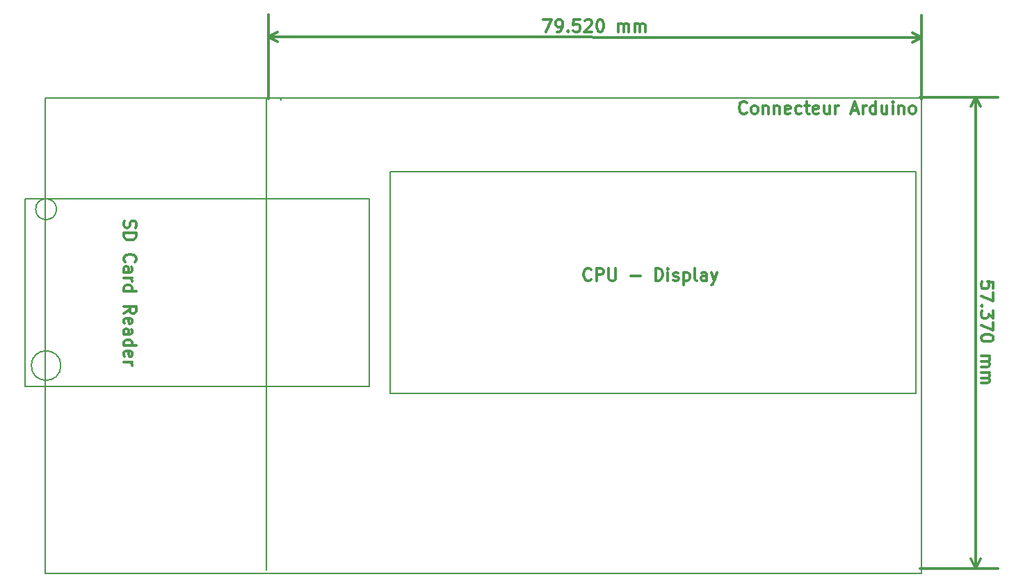
<source format=gbr>
G04 #@! TF.FileFunction,Drawing*
%FSLAX46Y46*%
G04 Gerber Fmt 4.6, Leading zero omitted, Abs format (unit mm)*
G04 Created by KiCad (PCBNEW 4.0.7) date 02/16/18 07:03:29*
%MOMM*%
%LPD*%
G01*
G04 APERTURE LIST*
%ADD10C,0.100000*%
%ADD11C,0.300000*%
%ADD12C,0.200000*%
G04 APERTURE END LIST*
D10*
D11*
X156101429Y-68916430D02*
X156101429Y-68202144D01*
X155387143Y-68130715D01*
X155458571Y-68202144D01*
X155530000Y-68345001D01*
X155530000Y-68702144D01*
X155458571Y-68845001D01*
X155387143Y-68916430D01*
X155244286Y-68987858D01*
X154887143Y-68987858D01*
X154744286Y-68916430D01*
X154672857Y-68845001D01*
X154601429Y-68702144D01*
X154601429Y-68345001D01*
X154672857Y-68202144D01*
X154744286Y-68130715D01*
X156101429Y-69487858D02*
X156101429Y-70487858D01*
X154601429Y-69845001D01*
X154744286Y-71059286D02*
X154672857Y-71130714D01*
X154601429Y-71059286D01*
X154672857Y-70987857D01*
X154744286Y-71059286D01*
X154601429Y-71059286D01*
X156101429Y-71630715D02*
X156101429Y-72559286D01*
X155530000Y-72059286D01*
X155530000Y-72273572D01*
X155458571Y-72416429D01*
X155387143Y-72487858D01*
X155244286Y-72559286D01*
X154887143Y-72559286D01*
X154744286Y-72487858D01*
X154672857Y-72416429D01*
X154601429Y-72273572D01*
X154601429Y-71845000D01*
X154672857Y-71702143D01*
X154744286Y-71630715D01*
X156101429Y-73059286D02*
X156101429Y-74059286D01*
X154601429Y-73416429D01*
X156101429Y-74916428D02*
X156101429Y-75059285D01*
X156030000Y-75202142D01*
X155958571Y-75273571D01*
X155815714Y-75345000D01*
X155530000Y-75416428D01*
X155172857Y-75416428D01*
X154887143Y-75345000D01*
X154744286Y-75273571D01*
X154672857Y-75202142D01*
X154601429Y-75059285D01*
X154601429Y-74916428D01*
X154672857Y-74773571D01*
X154744286Y-74702142D01*
X154887143Y-74630714D01*
X155172857Y-74559285D01*
X155530000Y-74559285D01*
X155815714Y-74630714D01*
X155958571Y-74702142D01*
X156030000Y-74773571D01*
X156101429Y-74916428D01*
X154601429Y-77202142D02*
X155601429Y-77202142D01*
X155458571Y-77202142D02*
X155530000Y-77273570D01*
X155601429Y-77416428D01*
X155601429Y-77630713D01*
X155530000Y-77773570D01*
X155387143Y-77844999D01*
X154601429Y-77844999D01*
X155387143Y-77844999D02*
X155530000Y-77916428D01*
X155601429Y-78059285D01*
X155601429Y-78273570D01*
X155530000Y-78416428D01*
X155387143Y-78487856D01*
X154601429Y-78487856D01*
X154601429Y-79202142D02*
X155601429Y-79202142D01*
X155458571Y-79202142D02*
X155530000Y-79273570D01*
X155601429Y-79416428D01*
X155601429Y-79630713D01*
X155530000Y-79773570D01*
X155387143Y-79844999D01*
X154601429Y-79844999D01*
X155387143Y-79844999D02*
X155530000Y-79916428D01*
X155601429Y-80059285D01*
X155601429Y-80273570D01*
X155530000Y-80416428D01*
X155387143Y-80487856D01*
X154601429Y-80487856D01*
X153930000Y-45660000D02*
X153930000Y-103030000D01*
X147160000Y-45660000D02*
X156630000Y-45660000D01*
X147160000Y-103030000D02*
X156630000Y-103030000D01*
X153930000Y-103030000D02*
X153343579Y-101903496D01*
X153930000Y-103030000D02*
X154516421Y-101903496D01*
X153930000Y-45660000D02*
X153343579Y-46786504D01*
X153930000Y-45660000D02*
X154516421Y-46786504D01*
X101302797Y-36175113D02*
X102302796Y-36175993D01*
X101658619Y-37675427D01*
X102944331Y-37676559D02*
X103230046Y-37676810D01*
X103372966Y-37605508D01*
X103444457Y-37534142D01*
X103587504Y-37319983D01*
X103659183Y-37034331D01*
X103659686Y-36462903D01*
X103588384Y-36319983D01*
X103517018Y-36248491D01*
X103374224Y-36176937D01*
X103088510Y-36176685D01*
X102945589Y-36247988D01*
X102874098Y-36319354D01*
X102802543Y-36462148D01*
X102802229Y-36819291D01*
X102873532Y-36962211D01*
X102944897Y-37033702D01*
X103087692Y-37105257D01*
X103373406Y-37105508D01*
X103516326Y-37034205D01*
X103587818Y-36962840D01*
X103659372Y-36820046D01*
X104301600Y-37534896D02*
X104372965Y-37606388D01*
X104301474Y-37677753D01*
X104230108Y-37606263D01*
X104301600Y-37534896D01*
X104301474Y-37677753D01*
X105731366Y-36179012D02*
X105017080Y-36178383D01*
X104945022Y-36892606D01*
X105016514Y-36821240D01*
X105159434Y-36749937D01*
X105516577Y-36750252D01*
X105659371Y-36821806D01*
X105730737Y-36893297D01*
X105802039Y-37036217D01*
X105801725Y-37393360D01*
X105730171Y-37536154D01*
X105658679Y-37607520D01*
X105515759Y-37678822D01*
X105158617Y-37678508D01*
X105015823Y-37606954D01*
X104944456Y-37535462D01*
X106374096Y-36322435D02*
X106445588Y-36251069D01*
X106588507Y-36179766D01*
X106945650Y-36180080D01*
X107088444Y-36251635D01*
X107159810Y-36323127D01*
X107231113Y-36466047D01*
X107230987Y-36608904D01*
X107159370Y-36823127D01*
X106301473Y-37679514D01*
X107230044Y-37680331D01*
X108159935Y-36181149D02*
X108302792Y-36181275D01*
X108445586Y-36252830D01*
X108516952Y-36324322D01*
X108588255Y-36467241D01*
X108659432Y-36753018D01*
X108659117Y-37110161D01*
X108587438Y-37395812D01*
X108515883Y-37538606D01*
X108444391Y-37609972D01*
X108301471Y-37681275D01*
X108158614Y-37681149D01*
X108015820Y-37609595D01*
X107944454Y-37538103D01*
X107873152Y-37395183D01*
X107801975Y-37109407D01*
X107802289Y-36752264D01*
X107873969Y-36466613D01*
X107945523Y-36323819D01*
X108017015Y-36252453D01*
X108159935Y-36181149D01*
X110444328Y-37683161D02*
X110445208Y-36683161D01*
X110445082Y-36826019D02*
X110516573Y-36754653D01*
X110659494Y-36683350D01*
X110873779Y-36683538D01*
X111016573Y-36755093D01*
X111087876Y-36898013D01*
X111087184Y-37683727D01*
X111087876Y-36898013D02*
X111159431Y-36755219D01*
X111302351Y-36683916D01*
X111516635Y-36684104D01*
X111659430Y-36755659D01*
X111730733Y-36898579D01*
X111730041Y-37684293D01*
X112444327Y-37684921D02*
X112445207Y-36684922D01*
X112445081Y-36827780D02*
X112516572Y-36756414D01*
X112659493Y-36685110D01*
X112873778Y-36685299D01*
X113016572Y-36756854D01*
X113087875Y-36899774D01*
X113087184Y-37685487D01*
X113087875Y-36899774D02*
X113159430Y-36756980D01*
X113302350Y-36685676D01*
X113516635Y-36685865D01*
X113659430Y-36757420D01*
X113730732Y-36900339D01*
X113730040Y-37686053D01*
X67826596Y-38317075D02*
X147346596Y-38387075D01*
X67820000Y-45810000D02*
X67828973Y-35617076D01*
X147340000Y-45880000D02*
X147348973Y-35687076D01*
X147346596Y-38387075D02*
X146219576Y-38972504D01*
X147346596Y-38387075D02*
X146220609Y-37799663D01*
X67826596Y-38317075D02*
X68952583Y-38904487D01*
X67826596Y-38317075D02*
X68953616Y-37731646D01*
D12*
X69330000Y-46010000D02*
X69330000Y-45720000D01*
X69260000Y-45840000D02*
X69330000Y-45910000D01*
X67570000Y-103270000D02*
X67570000Y-45670000D01*
X40640000Y-103632000D02*
X40640000Y-96520000D01*
X147320000Y-103632000D02*
X40640000Y-103632000D01*
X147320000Y-96520000D02*
X147320000Y-103632000D01*
D11*
X126068572Y-47525714D02*
X125997143Y-47597143D01*
X125782857Y-47668571D01*
X125640000Y-47668571D01*
X125425715Y-47597143D01*
X125282857Y-47454286D01*
X125211429Y-47311429D01*
X125140000Y-47025714D01*
X125140000Y-46811429D01*
X125211429Y-46525714D01*
X125282857Y-46382857D01*
X125425715Y-46240000D01*
X125640000Y-46168571D01*
X125782857Y-46168571D01*
X125997143Y-46240000D01*
X126068572Y-46311429D01*
X126925715Y-47668571D02*
X126782857Y-47597143D01*
X126711429Y-47525714D01*
X126640000Y-47382857D01*
X126640000Y-46954286D01*
X126711429Y-46811429D01*
X126782857Y-46740000D01*
X126925715Y-46668571D01*
X127140000Y-46668571D01*
X127282857Y-46740000D01*
X127354286Y-46811429D01*
X127425715Y-46954286D01*
X127425715Y-47382857D01*
X127354286Y-47525714D01*
X127282857Y-47597143D01*
X127140000Y-47668571D01*
X126925715Y-47668571D01*
X128068572Y-46668571D02*
X128068572Y-47668571D01*
X128068572Y-46811429D02*
X128140000Y-46740000D01*
X128282858Y-46668571D01*
X128497143Y-46668571D01*
X128640000Y-46740000D01*
X128711429Y-46882857D01*
X128711429Y-47668571D01*
X129425715Y-46668571D02*
X129425715Y-47668571D01*
X129425715Y-46811429D02*
X129497143Y-46740000D01*
X129640001Y-46668571D01*
X129854286Y-46668571D01*
X129997143Y-46740000D01*
X130068572Y-46882857D01*
X130068572Y-47668571D01*
X131354286Y-47597143D02*
X131211429Y-47668571D01*
X130925715Y-47668571D01*
X130782858Y-47597143D01*
X130711429Y-47454286D01*
X130711429Y-46882857D01*
X130782858Y-46740000D01*
X130925715Y-46668571D01*
X131211429Y-46668571D01*
X131354286Y-46740000D01*
X131425715Y-46882857D01*
X131425715Y-47025714D01*
X130711429Y-47168571D01*
X132711429Y-47597143D02*
X132568572Y-47668571D01*
X132282858Y-47668571D01*
X132140000Y-47597143D01*
X132068572Y-47525714D01*
X131997143Y-47382857D01*
X131997143Y-46954286D01*
X132068572Y-46811429D01*
X132140000Y-46740000D01*
X132282858Y-46668571D01*
X132568572Y-46668571D01*
X132711429Y-46740000D01*
X133140000Y-46668571D02*
X133711429Y-46668571D01*
X133354286Y-46168571D02*
X133354286Y-47454286D01*
X133425714Y-47597143D01*
X133568572Y-47668571D01*
X133711429Y-47668571D01*
X134782857Y-47597143D02*
X134640000Y-47668571D01*
X134354286Y-47668571D01*
X134211429Y-47597143D01*
X134140000Y-47454286D01*
X134140000Y-46882857D01*
X134211429Y-46740000D01*
X134354286Y-46668571D01*
X134640000Y-46668571D01*
X134782857Y-46740000D01*
X134854286Y-46882857D01*
X134854286Y-47025714D01*
X134140000Y-47168571D01*
X136140000Y-46668571D02*
X136140000Y-47668571D01*
X135497143Y-46668571D02*
X135497143Y-47454286D01*
X135568571Y-47597143D01*
X135711429Y-47668571D01*
X135925714Y-47668571D01*
X136068571Y-47597143D01*
X136140000Y-47525714D01*
X136854286Y-47668571D02*
X136854286Y-46668571D01*
X136854286Y-46954286D02*
X136925714Y-46811429D01*
X136997143Y-46740000D01*
X137140000Y-46668571D01*
X137282857Y-46668571D01*
X138854285Y-47240000D02*
X139568571Y-47240000D01*
X138711428Y-47668571D02*
X139211428Y-46168571D01*
X139711428Y-47668571D01*
X140211428Y-47668571D02*
X140211428Y-46668571D01*
X140211428Y-46954286D02*
X140282856Y-46811429D01*
X140354285Y-46740000D01*
X140497142Y-46668571D01*
X140639999Y-46668571D01*
X141782856Y-47668571D02*
X141782856Y-46168571D01*
X141782856Y-47597143D02*
X141639999Y-47668571D01*
X141354285Y-47668571D01*
X141211427Y-47597143D01*
X141139999Y-47525714D01*
X141068570Y-47382857D01*
X141068570Y-46954286D01*
X141139999Y-46811429D01*
X141211427Y-46740000D01*
X141354285Y-46668571D01*
X141639999Y-46668571D01*
X141782856Y-46740000D01*
X143139999Y-46668571D02*
X143139999Y-47668571D01*
X142497142Y-46668571D02*
X142497142Y-47454286D01*
X142568570Y-47597143D01*
X142711428Y-47668571D01*
X142925713Y-47668571D01*
X143068570Y-47597143D01*
X143139999Y-47525714D01*
X143854285Y-47668571D02*
X143854285Y-46668571D01*
X143854285Y-46168571D02*
X143782856Y-46240000D01*
X143854285Y-46311429D01*
X143925713Y-46240000D01*
X143854285Y-46168571D01*
X143854285Y-46311429D01*
X144568571Y-46668571D02*
X144568571Y-47668571D01*
X144568571Y-46811429D02*
X144639999Y-46740000D01*
X144782857Y-46668571D01*
X144997142Y-46668571D01*
X145139999Y-46740000D01*
X145211428Y-46882857D01*
X145211428Y-47668571D01*
X146140000Y-47668571D02*
X145997142Y-47597143D01*
X145925714Y-47525714D01*
X145854285Y-47382857D01*
X145854285Y-46954286D01*
X145925714Y-46811429D01*
X145997142Y-46740000D01*
X146140000Y-46668571D01*
X146354285Y-46668571D01*
X146497142Y-46740000D01*
X146568571Y-46811429D01*
X146640000Y-46954286D01*
X146640000Y-47382857D01*
X146568571Y-47525714D01*
X146497142Y-47597143D01*
X146354285Y-47668571D01*
X146140000Y-47668571D01*
D12*
X42038481Y-59293547D02*
G75*
G03X42038481Y-59293547I-1270000J0D01*
G01*
X42564532Y-78343547D02*
G75*
G03X42564532Y-78343547I-1796051J0D01*
G01*
D11*
X107121429Y-67845714D02*
X107050000Y-67917143D01*
X106835714Y-67988571D01*
X106692857Y-67988571D01*
X106478572Y-67917143D01*
X106335714Y-67774286D01*
X106264286Y-67631429D01*
X106192857Y-67345714D01*
X106192857Y-67131429D01*
X106264286Y-66845714D01*
X106335714Y-66702857D01*
X106478572Y-66560000D01*
X106692857Y-66488571D01*
X106835714Y-66488571D01*
X107050000Y-66560000D01*
X107121429Y-66631429D01*
X107764286Y-67988571D02*
X107764286Y-66488571D01*
X108335714Y-66488571D01*
X108478572Y-66560000D01*
X108550000Y-66631429D01*
X108621429Y-66774286D01*
X108621429Y-66988571D01*
X108550000Y-67131429D01*
X108478572Y-67202857D01*
X108335714Y-67274286D01*
X107764286Y-67274286D01*
X109264286Y-66488571D02*
X109264286Y-67702857D01*
X109335714Y-67845714D01*
X109407143Y-67917143D01*
X109550000Y-67988571D01*
X109835714Y-67988571D01*
X109978572Y-67917143D01*
X110050000Y-67845714D01*
X110121429Y-67702857D01*
X110121429Y-66488571D01*
X111978572Y-67417143D02*
X113121429Y-67417143D01*
X114978572Y-67988571D02*
X114978572Y-66488571D01*
X115335715Y-66488571D01*
X115550000Y-66560000D01*
X115692858Y-66702857D01*
X115764286Y-66845714D01*
X115835715Y-67131429D01*
X115835715Y-67345714D01*
X115764286Y-67631429D01*
X115692858Y-67774286D01*
X115550000Y-67917143D01*
X115335715Y-67988571D01*
X114978572Y-67988571D01*
X116478572Y-67988571D02*
X116478572Y-66988571D01*
X116478572Y-66488571D02*
X116407143Y-66560000D01*
X116478572Y-66631429D01*
X116550000Y-66560000D01*
X116478572Y-66488571D01*
X116478572Y-66631429D01*
X117121429Y-67917143D02*
X117264286Y-67988571D01*
X117550001Y-67988571D01*
X117692858Y-67917143D01*
X117764286Y-67774286D01*
X117764286Y-67702857D01*
X117692858Y-67560000D01*
X117550001Y-67488571D01*
X117335715Y-67488571D01*
X117192858Y-67417143D01*
X117121429Y-67274286D01*
X117121429Y-67202857D01*
X117192858Y-67060000D01*
X117335715Y-66988571D01*
X117550001Y-66988571D01*
X117692858Y-67060000D01*
X118407144Y-66988571D02*
X118407144Y-68488571D01*
X118407144Y-67060000D02*
X118550001Y-66988571D01*
X118835715Y-66988571D01*
X118978572Y-67060000D01*
X119050001Y-67131429D01*
X119121430Y-67274286D01*
X119121430Y-67702857D01*
X119050001Y-67845714D01*
X118978572Y-67917143D01*
X118835715Y-67988571D01*
X118550001Y-67988571D01*
X118407144Y-67917143D01*
X119978573Y-67988571D02*
X119835715Y-67917143D01*
X119764287Y-67774286D01*
X119764287Y-66488571D01*
X121192858Y-67988571D02*
X121192858Y-67202857D01*
X121121429Y-67060000D01*
X120978572Y-66988571D01*
X120692858Y-66988571D01*
X120550001Y-67060000D01*
X121192858Y-67917143D02*
X121050001Y-67988571D01*
X120692858Y-67988571D01*
X120550001Y-67917143D01*
X120478572Y-67774286D01*
X120478572Y-67631429D01*
X120550001Y-67488571D01*
X120692858Y-67417143D01*
X121050001Y-67417143D01*
X121192858Y-67345714D01*
X121764287Y-66988571D02*
X122121430Y-67988571D01*
X122478572Y-66988571D02*
X122121430Y-67988571D01*
X121978572Y-68345714D01*
X121907144Y-68417143D01*
X121764287Y-68488571D01*
X50321338Y-60703548D02*
X50249910Y-60917834D01*
X50249910Y-61274977D01*
X50321338Y-61417834D01*
X50392767Y-61489263D01*
X50535624Y-61560691D01*
X50678481Y-61560691D01*
X50821338Y-61489263D01*
X50892767Y-61417834D01*
X50964195Y-61274977D01*
X51035624Y-60989263D01*
X51107052Y-60846405D01*
X51178481Y-60774977D01*
X51321338Y-60703548D01*
X51464195Y-60703548D01*
X51607052Y-60774977D01*
X51678481Y-60846405D01*
X51749910Y-60989263D01*
X51749910Y-61346405D01*
X51678481Y-61560691D01*
X50249910Y-62203548D02*
X51749910Y-62203548D01*
X51749910Y-62560691D01*
X51678481Y-62774976D01*
X51535624Y-62917834D01*
X51392767Y-62989262D01*
X51107052Y-63060691D01*
X50892767Y-63060691D01*
X50607052Y-62989262D01*
X50464195Y-62917834D01*
X50321338Y-62774976D01*
X50249910Y-62560691D01*
X50249910Y-62203548D01*
X50392767Y-65703548D02*
X50321338Y-65632119D01*
X50249910Y-65417833D01*
X50249910Y-65274976D01*
X50321338Y-65060691D01*
X50464195Y-64917833D01*
X50607052Y-64846405D01*
X50892767Y-64774976D01*
X51107052Y-64774976D01*
X51392767Y-64846405D01*
X51535624Y-64917833D01*
X51678481Y-65060691D01*
X51749910Y-65274976D01*
X51749910Y-65417833D01*
X51678481Y-65632119D01*
X51607052Y-65703548D01*
X50249910Y-66989262D02*
X51035624Y-66989262D01*
X51178481Y-66917833D01*
X51249910Y-66774976D01*
X51249910Y-66489262D01*
X51178481Y-66346405D01*
X50321338Y-66989262D02*
X50249910Y-66846405D01*
X50249910Y-66489262D01*
X50321338Y-66346405D01*
X50464195Y-66274976D01*
X50607052Y-66274976D01*
X50749910Y-66346405D01*
X50821338Y-66489262D01*
X50821338Y-66846405D01*
X50892767Y-66989262D01*
X50249910Y-67703548D02*
X51249910Y-67703548D01*
X50964195Y-67703548D02*
X51107052Y-67774976D01*
X51178481Y-67846405D01*
X51249910Y-67989262D01*
X51249910Y-68132119D01*
X50249910Y-69274976D02*
X51749910Y-69274976D01*
X50321338Y-69274976D02*
X50249910Y-69132119D01*
X50249910Y-68846405D01*
X50321338Y-68703547D01*
X50392767Y-68632119D01*
X50535624Y-68560690D01*
X50964195Y-68560690D01*
X51107052Y-68632119D01*
X51178481Y-68703547D01*
X51249910Y-68846405D01*
X51249910Y-69132119D01*
X51178481Y-69274976D01*
X50249910Y-71989262D02*
X50964195Y-71489262D01*
X50249910Y-71132119D02*
X51749910Y-71132119D01*
X51749910Y-71703547D01*
X51678481Y-71846405D01*
X51607052Y-71917833D01*
X51464195Y-71989262D01*
X51249910Y-71989262D01*
X51107052Y-71917833D01*
X51035624Y-71846405D01*
X50964195Y-71703547D01*
X50964195Y-71132119D01*
X50321338Y-73203547D02*
X50249910Y-73060690D01*
X50249910Y-72774976D01*
X50321338Y-72632119D01*
X50464195Y-72560690D01*
X51035624Y-72560690D01*
X51178481Y-72632119D01*
X51249910Y-72774976D01*
X51249910Y-73060690D01*
X51178481Y-73203547D01*
X51035624Y-73274976D01*
X50892767Y-73274976D01*
X50749910Y-72560690D01*
X50249910Y-74560690D02*
X51035624Y-74560690D01*
X51178481Y-74489261D01*
X51249910Y-74346404D01*
X51249910Y-74060690D01*
X51178481Y-73917833D01*
X50321338Y-74560690D02*
X50249910Y-74417833D01*
X50249910Y-74060690D01*
X50321338Y-73917833D01*
X50464195Y-73846404D01*
X50607052Y-73846404D01*
X50749910Y-73917833D01*
X50821338Y-74060690D01*
X50821338Y-74417833D01*
X50892767Y-74560690D01*
X50249910Y-75917833D02*
X51749910Y-75917833D01*
X50321338Y-75917833D02*
X50249910Y-75774976D01*
X50249910Y-75489262D01*
X50321338Y-75346404D01*
X50392767Y-75274976D01*
X50535624Y-75203547D01*
X50964195Y-75203547D01*
X51107052Y-75274976D01*
X51178481Y-75346404D01*
X51249910Y-75489262D01*
X51249910Y-75774976D01*
X51178481Y-75917833D01*
X50321338Y-77203547D02*
X50249910Y-77060690D01*
X50249910Y-76774976D01*
X50321338Y-76632119D01*
X50464195Y-76560690D01*
X51035624Y-76560690D01*
X51178481Y-76632119D01*
X51249910Y-76774976D01*
X51249910Y-77060690D01*
X51178481Y-77203547D01*
X51035624Y-77274976D01*
X50892767Y-77274976D01*
X50749910Y-76560690D01*
X50249910Y-77917833D02*
X51249910Y-77917833D01*
X50964195Y-77917833D02*
X51107052Y-77989261D01*
X51178481Y-78060690D01*
X51249910Y-78203547D01*
X51249910Y-78346404D01*
D12*
X147320000Y-45720000D02*
X147320000Y-96520000D01*
X146050000Y-45720000D02*
X147320000Y-45720000D01*
X146690000Y-81760000D02*
X146690000Y-54760000D01*
X82690000Y-81760000D02*
X146690000Y-81760000D01*
X82690000Y-54760000D02*
X82690000Y-81760000D01*
X146690000Y-54760000D02*
X82690000Y-54760000D01*
X38228481Y-58023547D02*
X80138481Y-58023547D01*
X38228481Y-80883547D02*
X38228481Y-58023547D01*
X80138481Y-80883547D02*
X38228481Y-80883547D01*
X80138481Y-58023547D02*
X80138481Y-80883547D01*
X40640000Y-45720000D02*
X146050000Y-45720000D01*
X40640000Y-96520000D02*
X40640000Y-45720000D01*
M02*

</source>
